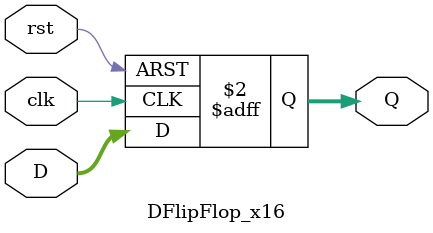
<source format=v>


module DFlipFlop_x16(
	input wire [15:0] D,
	input wire clk,
	input wire rst,
	output reg [15:0] Q
);

always @(posedge clk or posedge rst)
begin
	if(rst)
		Q = 0;
	else
		Q = D;
end

endmodule

</source>
